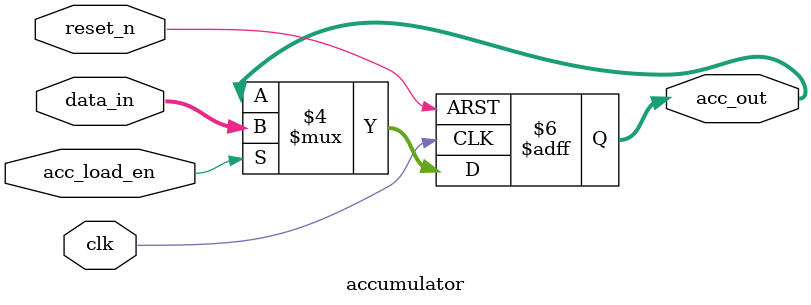
<source format=v>

module accumulator (
    input wire clk,           // 時鐘輸入
    input wire reset_n,       // 非同步低電位有效重置
    input wire acc_load_en,  // 累加器載入使能訊號
    input wire [7:0] data_in, // 要載入到累加器的 8 位元資料
    output reg [7:0] acc_out  // 累加器當前的 8 位元輸出值
);

    // 初始塊：僅用於模擬目的，將累加器初始化為 0
    // 在實際 FPGA 硬體中，重置訊號 (reset_n) 會處理其初始狀態
    initial begin
        acc_out = 8'h00; // 將累加器初始值設為 0
    end

    // 時序邏輯：在時鐘上升緣或重置訊號下降緣時更新累加器
    always @(posedge clk or negedge reset_n) begin
        if (!reset_n) begin
            // 當重置訊號為低電位時，將累加器歸零
            acc_out <= 8'h00;
        end else if (acc_load_en) begin
            // 如果載入使能為高電位，則載入 data_in 的值
            acc_out <= data_in;
        end
        // 如果 acc_load_en 為低電位，累加器會保持其當前值（保持不變）
    end

endmodule
</source>
